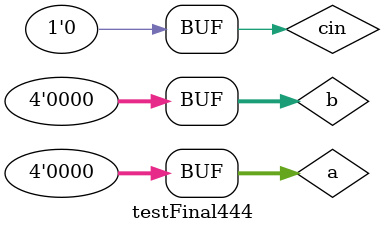
<source format=v>
`timescale 1ns / 1ps


module testFinal444;

	// Inputs
	reg [3:0] a;
	reg [3:0] b;
	reg cin;

	// Outputs
	wire [3:0] selector;
	wire cout;

	// Instantiate the Unit Under Test (UUT)
	finalFulladder uut (
		.a(a), 
		.b(b), 
		.cin(cin), 
		.selector(selector), 
		.cout(cout)
	);

	initial begin
		// Initialize Inputs
		a = 0;
		b = 0;
		cin = 0;

		// Wait 100 ns for global reset to finish
		#100;
        
		// Add stimulus here

	end
      
endmodule


</source>
